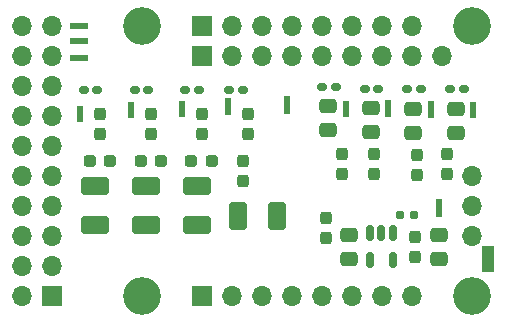
<source format=gbr>
%TF.GenerationSoftware,KiCad,Pcbnew,8.0.7*%
%TF.CreationDate,2024-12-23T22:59:08-05:00*%
%TF.ProjectId,tac5212_audio_board_single_ended,74616335-3231-4325-9f61-7564696f5f62,rev?*%
%TF.SameCoordinates,Original*%
%TF.FileFunction,Soldermask,Bot*%
%TF.FilePolarity,Negative*%
%FSLAX46Y46*%
G04 Gerber Fmt 4.6, Leading zero omitted, Abs format (unit mm)*
G04 Created by KiCad (PCBNEW 8.0.7) date 2024-12-23 22:59:08*
%MOMM*%
%LPD*%
G01*
G04 APERTURE LIST*
G04 Aperture macros list*
%AMRoundRect*
0 Rectangle with rounded corners*
0 $1 Rounding radius*
0 $2 $3 $4 $5 $6 $7 $8 $9 X,Y pos of 4 corners*
0 Add a 4 corners polygon primitive as box body*
4,1,4,$2,$3,$4,$5,$6,$7,$8,$9,$2,$3,0*
0 Add four circle primitives for the rounded corners*
1,1,$1+$1,$2,$3*
1,1,$1+$1,$4,$5*
1,1,$1+$1,$6,$7*
1,1,$1+$1,$8,$9*
0 Add four rect primitives between the rounded corners*
20,1,$1+$1,$2,$3,$4,$5,0*
20,1,$1+$1,$4,$5,$6,$7,0*
20,1,$1+$1,$6,$7,$8,$9,0*
20,1,$1+$1,$8,$9,$2,$3,0*%
G04 Aperture macros list end*
%ADD10C,0.010000*%
%ADD11R,1.700000X1.700000*%
%ADD12O,1.700000X1.700000*%
%ADD13C,3.200000*%
%ADD14RoundRect,0.250000X0.475000X-0.337500X0.475000X0.337500X-0.475000X0.337500X-0.475000X-0.337500X0*%
%ADD15RoundRect,0.237500X-0.237500X0.300000X-0.237500X-0.300000X0.237500X-0.300000X0.237500X0.300000X0*%
%ADD16R,0.500000X0.500000*%
%ADD17R,0.500000X0.550000*%
%ADD18RoundRect,0.160000X0.222500X0.160000X-0.222500X0.160000X-0.222500X-0.160000X0.222500X-0.160000X0*%
%ADD19RoundRect,0.237500X-0.287500X-0.237500X0.287500X-0.237500X0.287500X0.237500X-0.287500X0.237500X0*%
%ADD20RoundRect,0.237500X0.237500X-0.300000X0.237500X0.300000X-0.237500X0.300000X-0.237500X-0.300000X0*%
%ADD21R,0.508000X0.500000*%
%ADD22R,0.508000X0.508000*%
%ADD23RoundRect,0.250001X0.924999X-0.499999X0.924999X0.499999X-0.924999X0.499999X-0.924999X-0.499999X0*%
%ADD24R,0.500000X0.508000*%
%ADD25RoundRect,0.250001X-0.499999X-0.924999X0.499999X-0.924999X0.499999X0.924999X-0.499999X0.924999X0*%
%ADD26RoundRect,0.237500X0.287500X0.237500X-0.287500X0.237500X-0.287500X-0.237500X0.287500X-0.237500X0*%
%ADD27RoundRect,0.160000X-0.222500X-0.160000X0.222500X-0.160000X0.222500X0.160000X-0.222500X0.160000X0*%
%ADD28RoundRect,0.250000X-0.475000X0.337500X-0.475000X-0.337500X0.475000X-0.337500X0.475000X0.337500X0*%
%ADD29RoundRect,0.150000X-0.150000X0.512500X-0.150000X-0.512500X0.150000X-0.512500X0.150000X0.512500X0*%
%ADD30RoundRect,0.160000X-0.197500X-0.160000X0.197500X-0.160000X0.197500X0.160000X-0.197500X0.160000X0*%
%ADD31RoundRect,0.237500X-0.237500X0.287500X-0.237500X-0.287500X0.237500X-0.287500X0.237500X0.287500X0*%
G04 APERTURE END LIST*
%TO.C,OP2*%
G36*
X100050000Y-106575000D02*
G01*
X100550000Y-106575000D01*
X100550000Y-107425000D01*
X100050000Y-107425000D01*
X100050000Y-106575000D01*
G37*
%TO.C,INP2*%
G36*
X121150000Y-106585000D02*
G01*
X121650000Y-106585000D01*
X121650000Y-107435000D01*
X121150000Y-107435000D01*
X121150000Y-106585000D01*
G37*
%TO.C,GND108*%
G36*
X108946000Y-106154000D02*
G01*
X109454000Y-106154000D01*
X109454000Y-106654000D01*
X108946000Y-106654000D01*
X108946000Y-106154000D01*
G37*
%TO.C,INM2*%
G36*
X124750000Y-106632500D02*
G01*
X125250000Y-106632500D01*
X125250000Y-107482500D01*
X124750000Y-107482500D01*
X124750000Y-106632500D01*
G37*
%TO.C,OM2*%
G36*
X103950000Y-106350000D02*
G01*
X104450000Y-106350000D01*
X104450000Y-107200000D01*
X103950000Y-107200000D01*
X103950000Y-106350000D01*
G37*
%TO.C,3V108*%
D10*
X126700000Y-120460000D02*
X125700000Y-120460000D01*
X125700000Y-118350000D01*
X126700000Y-118350000D01*
X126700000Y-120460000D01*
G36*
X126700000Y-120460000D02*
G01*
X125700000Y-120460000D01*
X125700000Y-118350000D01*
X126700000Y-118350000D01*
X126700000Y-120460000D01*
G37*
%TO.C,SDA108*%
G36*
X91346000Y-102654000D02*
G01*
X91846000Y-102654000D01*
X91846000Y-102146000D01*
X91346000Y-102146000D01*
X91346000Y-102654000D01*
G37*
%TO.C,MCLK108*%
G36*
X91354000Y-99954000D02*
G01*
X91846000Y-99954000D01*
X91846000Y-99446000D01*
X91354000Y-99446000D01*
X91354000Y-99954000D01*
G37*
%TO.C,SCL108*%
G36*
X91346000Y-101254000D02*
G01*
X91846000Y-101254000D01*
X91846000Y-100746000D01*
X91346000Y-100746000D01*
X91346000Y-101254000D01*
G37*
%TO.C,OP1*%
G36*
X95750000Y-106650000D02*
G01*
X96250000Y-106650000D01*
X96250000Y-107500000D01*
X95750000Y-107500000D01*
X95750000Y-106650000D01*
G37*
%TO.C,INM1*%
G36*
X117550000Y-106512500D02*
G01*
X118050000Y-106512500D01*
X118050000Y-107362500D01*
X117550000Y-107362500D01*
X117550000Y-106512500D01*
G37*
%TO.C,G119*%
G36*
X122354000Y-115354000D02*
G01*
X121846000Y-115354000D01*
X121846000Y-114854000D01*
X122354000Y-114854000D01*
X122354000Y-115354000D01*
G37*
%TO.C,OM1*%
G36*
X91950000Y-107350000D02*
G01*
X91450000Y-107350000D01*
X91450000Y-106475000D01*
X91950000Y-106475000D01*
X91950000Y-107350000D01*
G37*
%TO.C,INP1*%
G36*
X113950000Y-106575000D02*
G01*
X114450000Y-106575000D01*
X114450000Y-107425000D01*
X113950000Y-107425000D01*
X113950000Y-106575000D01*
G37*
%TD*%
D11*
%TO.C,board_outline108*%
X89337500Y-122600000D03*
D12*
X86797500Y-122600000D03*
X89337500Y-120060000D03*
X86797500Y-120060000D03*
X89337500Y-117520000D03*
X86797500Y-117520000D03*
X89337500Y-114980000D03*
X86797500Y-114980000D03*
X89337500Y-112440000D03*
X86797500Y-112440000D03*
X89337500Y-109900000D03*
X86797500Y-109900000D03*
X89337500Y-107360000D03*
X86797500Y-107360000D03*
X89337500Y-104820000D03*
X86797500Y-104820000D03*
X89337500Y-102280000D03*
X86797500Y-102280000D03*
X89337500Y-99740000D03*
X86797500Y-99740000D03*
D11*
X102047500Y-102285000D03*
X102047500Y-99745000D03*
D12*
X104587500Y-102285000D03*
X104587500Y-99745000D03*
X107127500Y-102285000D03*
X107127500Y-99745000D03*
X109667500Y-102285000D03*
X109667500Y-99745000D03*
X112207500Y-102285000D03*
X112207500Y-99745000D03*
X114747500Y-102285000D03*
X114747500Y-99745000D03*
X117287500Y-102285000D03*
X117287500Y-99745000D03*
X119827500Y-102285000D03*
X119827500Y-99745000D03*
D11*
X102047500Y-122605000D03*
D12*
X104587500Y-122605000D03*
X107127500Y-122605000D03*
X109667500Y-122605000D03*
X112207500Y-122605000D03*
X114747500Y-122605000D03*
X117287500Y-122605000D03*
X119827500Y-122605000D03*
X124892500Y-117525000D03*
X124892500Y-114985000D03*
X124892500Y-112445000D03*
X122352500Y-102285000D03*
D13*
X96952500Y-99745000D03*
X124892500Y-99745000D03*
X96952500Y-122605000D03*
X124892500Y-122605000D03*
%TD*%
D14*
%TO.C,T\u002AC108*%
X122134314Y-119475000D03*
X122134314Y-117400000D03*
%TD*%
D15*
%TO.C,C127*%
X113900000Y-110537500D03*
X113900000Y-112262500D03*
%TD*%
D16*
%TO.C,OP2*%
X100300000Y-106325000D03*
D17*
X100300000Y-107200000D03*
%TD*%
D18*
%TO.C,D111*%
X104327500Y-105100000D03*
X105472500Y-105100000D03*
%TD*%
D19*
%TO.C,R108*%
X96825000Y-111100000D03*
X98575000Y-111100000D03*
%TD*%
D16*
%TO.C,INP2*%
X121400000Y-106335000D03*
D17*
X121400000Y-107210000D03*
%TD*%
D20*
%TO.C,T\u002AC109*%
X120034314Y-119300000D03*
X120034314Y-117575000D03*
%TD*%
D15*
%TO.C,C124*%
X122800000Y-110537500D03*
X122800000Y-112262500D03*
%TD*%
D21*
%TO.C,GND108*%
X109200000Y-106904000D03*
D22*
X109200000Y-105900000D03*
%TD*%
D15*
%TO.C,C125*%
X120200000Y-110637500D03*
X120200000Y-112362500D03*
%TD*%
D16*
%TO.C,INM2*%
X125000000Y-106382500D03*
D17*
X125000000Y-107257500D03*
%TD*%
D23*
%TO.C,C114*%
X93000000Y-116525000D03*
X93000000Y-113275000D03*
%TD*%
D14*
%TO.C,T\u002AC110*%
X114434314Y-119475000D03*
X114434314Y-117400000D03*
%TD*%
D16*
%TO.C,OM2*%
X104200000Y-106100000D03*
D17*
X104200000Y-106975000D03*
%TD*%
D24*
%TO.C,SDA108*%
X91096000Y-102400000D03*
D22*
X92100000Y-102400000D03*
%TD*%
%TO.C,MCLK108*%
X91100000Y-99700000D03*
X92100000Y-99700000D03*
%TD*%
D25*
%TO.C,C122*%
X105100001Y-115800000D03*
X108350001Y-115800000D03*
%TD*%
D24*
%TO.C,SCL108*%
X91096000Y-101000000D03*
D22*
X92100000Y-101000000D03*
%TD*%
D26*
%TO.C,R109*%
X94275000Y-111100000D03*
X92525000Y-111100000D03*
%TD*%
D27*
%TO.C,D113*%
X120572500Y-105035000D03*
X119427500Y-105035000D03*
%TD*%
D28*
%TO.C,FB110*%
X116300000Y-106625000D03*
X116300000Y-108700000D03*
%TD*%
%TO.C,FB111*%
X112700000Y-106462500D03*
X112700000Y-108537500D03*
%TD*%
D19*
%TO.C,R111*%
X101125000Y-111100000D03*
X102875000Y-111100000D03*
%TD*%
D27*
%TO.C,D112*%
X124172500Y-105082500D03*
X123027500Y-105082500D03*
%TD*%
D20*
%TO.C,C123*%
X105900000Y-108862500D03*
X105900000Y-107137500D03*
%TD*%
D29*
%TO.C,U109*%
X116261814Y-117277500D03*
X117211814Y-117277500D03*
X118161814Y-117277500D03*
X118161814Y-119552500D03*
X116261814Y-119552500D03*
%TD*%
D18*
%TO.C,D108*%
X96327500Y-105100000D03*
X97472500Y-105100000D03*
%TD*%
D20*
%TO.C,C113*%
X97700000Y-108862500D03*
X97700000Y-107137500D03*
%TD*%
D15*
%TO.C,C126*%
X116600000Y-110537500D03*
X116600000Y-112262500D03*
%TD*%
D18*
%TO.C,D110*%
X100627500Y-105100000D03*
X101772500Y-105100000D03*
%TD*%
D23*
%TO.C,C110*%
X97300000Y-116525000D03*
X97300000Y-113275000D03*
%TD*%
D18*
%TO.C,D109*%
X92027500Y-105100000D03*
X93172500Y-105100000D03*
%TD*%
D30*
%TO.C,R127*%
X118802500Y-115700000D03*
X119997500Y-115700000D03*
%TD*%
D20*
%TO.C,C121*%
X102000000Y-108862500D03*
X102000000Y-107137500D03*
%TD*%
D23*
%TO.C,C120*%
X101600000Y-116525000D03*
X101600000Y-113275000D03*
%TD*%
D27*
%TO.C,D114*%
X116972500Y-105035000D03*
X115827500Y-105035000D03*
%TD*%
D16*
%TO.C,OP1*%
X96000000Y-106400000D03*
D17*
X96000000Y-107275000D03*
%TD*%
D31*
%TO.C,R116*%
X105500000Y-111125000D03*
X105500000Y-112875000D03*
%TD*%
D16*
%TO.C,INM1*%
X117800000Y-106262500D03*
D17*
X117800000Y-107137500D03*
%TD*%
D28*
%TO.C,FB109*%
X119900000Y-106697500D03*
X119900000Y-108772500D03*
%TD*%
D21*
%TO.C,G119*%
X122100000Y-115604000D03*
D22*
X122100000Y-114600000D03*
%TD*%
D28*
%TO.C,FB108*%
X123500000Y-106735000D03*
X123500000Y-108810000D03*
%TD*%
D27*
%TO.C,D115*%
X113372500Y-104900000D03*
X112227500Y-104900000D03*
%TD*%
D15*
%TO.C,C129*%
X112500000Y-115937499D03*
X112500000Y-117662501D03*
%TD*%
D16*
%TO.C,OM1*%
X91700000Y-107600000D03*
X91700000Y-106750000D03*
%TD*%
D20*
%TO.C,C117*%
X93400000Y-108862500D03*
X93400000Y-107137500D03*
%TD*%
D16*
%TO.C,INP1*%
X114200000Y-106325000D03*
D17*
X114200000Y-107200000D03*
%TD*%
M02*

</source>
